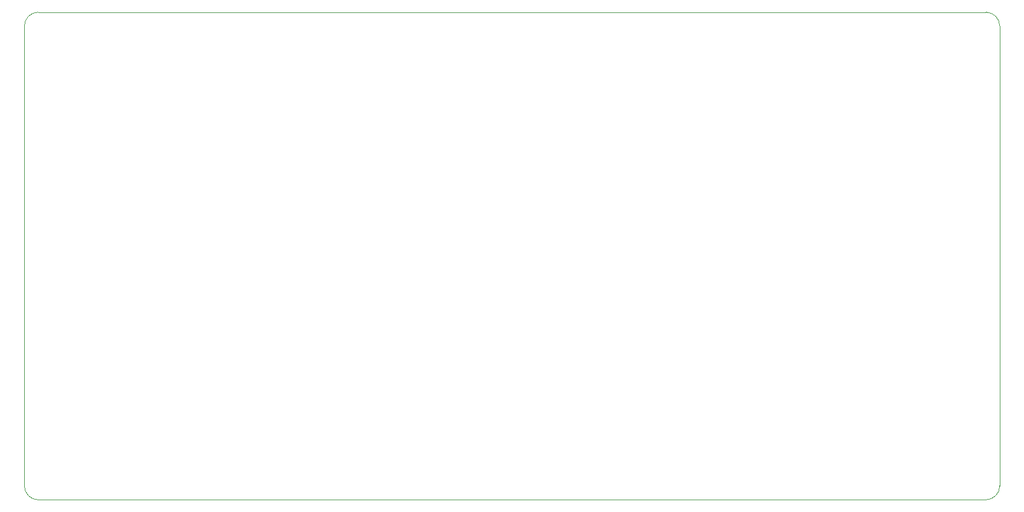
<source format=gbr>
From bef15f8e1b20aff978b71866b501a4da85881434 Mon Sep 17 00:00:00 2001
From: Kyle Gunger <kgunger12@gmail.com>
Date: Mon, 6 May 2024 15:01:11 -0400
Subject: board v1.7

---
 .../v1.7/gerber/OSm_Thermal_v1.7_OUTLINES.gbr      | 39 ++++++++++++++++++++++
 1 file changed, 39 insertions(+)
 create mode 100644 board/output/v1.7/gerber/OSm_Thermal_v1.7_OUTLINES.gbr

(limited to 'board/output/v1.7/gerber/OSm_Thermal_v1.7_OUTLINES.gbr')

diff --git a/board/output/v1.7/gerber/OSm_Thermal_v1.7_OUTLINES.gbr b/board/output/v1.7/gerber/OSm_Thermal_v1.7_OUTLINES.gbr
new file mode 100644
index 0000000..6900d67
--- /dev/null
+++ b/board/output/v1.7/gerber/OSm_Thermal_v1.7_OUTLINES.gbr
@@ -0,0 +1,39 @@
+G04 --- HEADER BEGIN --- *
+G04 #@! TF.GenerationSoftware,LibrePCB,LibrePCB,1.0.0*
+G04 #@! TF.CreationDate,2024-05-06T14:58:10*
+G04 #@! TF.ProjectId,OSm Thermal,b11a65fa-6c4c-431c-8545-341aca355aaf,v1.7*
+G04 #@! TF.Part,Single*
+G04 #@! TF.SameCoordinates*
+G04 #@! TF.FileFunction,Profile,NP*
+%FSLAX66Y66*%
+%MOMM*%
+G01*
+G75*
+G04 --- HEADER END --- *
+G04 --- APERTURE LIST BEGIN --- *
+G04 #@! TA.AperFunction,Profile*
+%ADD10C,0.001*%
+G04 #@! TD*
+G04 --- APERTURE LIST END --- *
+G04 --- BOARD BEGIN --- *
+D10*
+X2000000Y0D02*
+G03*
+X0Y-2000000I0J-2000000D01*
+G01*
+X0Y-68000000D01*
+G03*
+X2000000Y-70000000I2000000J0D01*
+G01*
+X138000000Y-70000000D01*
+G03*
+X140000000Y-68000000I0J2000000D01*
+G01*
+X140000000Y-2000000D01*
+G03*
+X138000000Y0I-2000000J0D01*
+G01*
+X2000000Y0D01*
+G04 --- BOARD END --- *
+G04 #@! TF.MD5,e51766388c70b8306a98bea416c0d7f5*
+M02*
-- 
cgit v1.2.3


</source>
